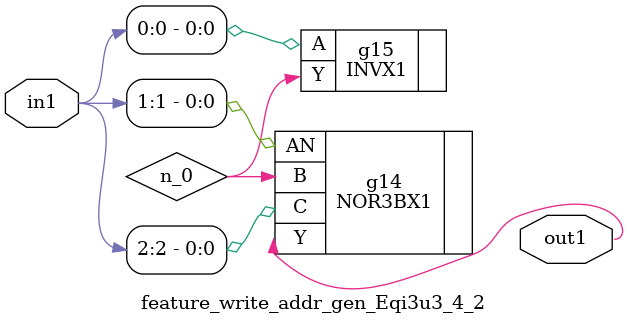
<source format=v>
`timescale 1ps / 1ps


module feature_write_addr_gen_Eqi3u3_4_2(in1, out1);
  input [2:0] in1;
  output out1;
  wire [2:0] in1;
  wire out1;
  wire n_0;
  NOR3BX1 g14(.AN (in1[1]), .B (n_0), .C (in1[2]), .Y (out1));
  INVX1 g15(.A (in1[0]), .Y (n_0));
endmodule



</source>
